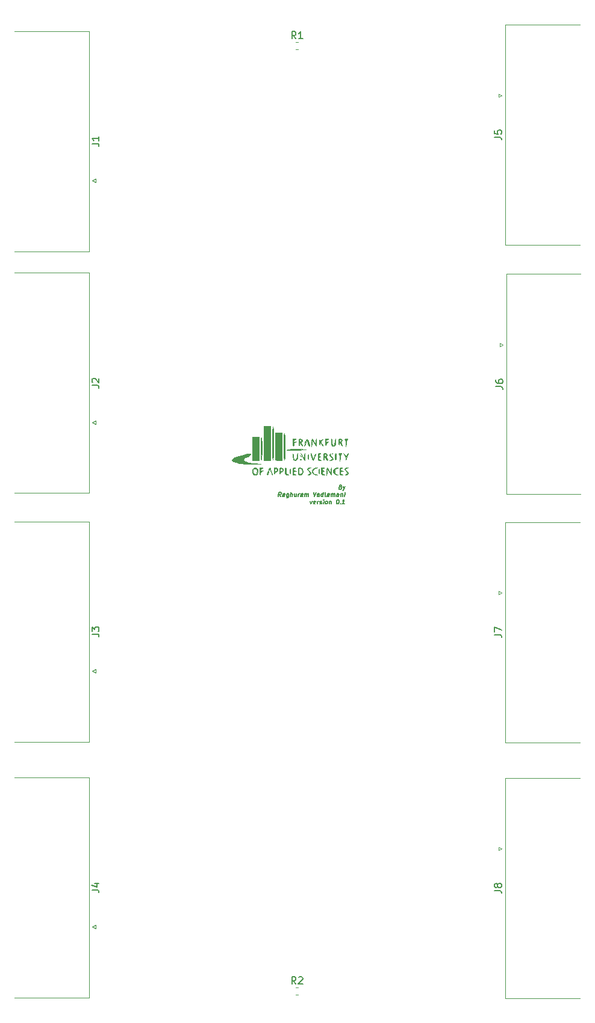
<source format=gbr>
%TF.GenerationSoftware,KiCad,Pcbnew,(5.1.6)-1*%
%TF.CreationDate,2021-06-01T12:00:34+02:00*%
%TF.ProjectId,CAN,43414e2e-6b69-4636-9164-5f7063625858,rev?*%
%TF.SameCoordinates,Original*%
%TF.FileFunction,Legend,Top*%
%TF.FilePolarity,Positive*%
%FSLAX46Y46*%
G04 Gerber Fmt 4.6, Leading zero omitted, Abs format (unit mm)*
G04 Created by KiCad (PCBNEW (5.1.6)-1) date 2021-06-01 12:00:34*
%MOMM*%
%LPD*%
G01*
G04 APERTURE LIST*
%ADD10C,0.150000*%
%ADD11C,0.010000*%
%ADD12C,0.120000*%
G04 APERTURE END LIST*
D10*
X129124196Y-93067142D02*
X129206339Y-93095714D01*
X129231339Y-93124285D01*
X129252767Y-93181428D01*
X129242053Y-93267142D01*
X129206339Y-93324285D01*
X129174196Y-93352857D01*
X129113482Y-93381428D01*
X128884910Y-93381428D01*
X128959910Y-92781428D01*
X129159910Y-92781428D01*
X129213482Y-92810000D01*
X129238482Y-92838571D01*
X129259910Y-92895714D01*
X129252767Y-92952857D01*
X129217053Y-93010000D01*
X129184910Y-93038571D01*
X129124196Y-93067142D01*
X128924196Y-93067142D01*
X129477767Y-92981428D02*
X129570625Y-93381428D01*
X129763482Y-92981428D02*
X129570625Y-93381428D01*
X129495625Y-93524285D01*
X129463482Y-93552857D01*
X129402767Y-93581428D01*
X120713482Y-94431428D02*
X120549196Y-94145714D01*
X120370625Y-94431428D02*
X120445625Y-93831428D01*
X120674196Y-93831428D01*
X120727767Y-93860000D01*
X120752767Y-93888571D01*
X120774196Y-93945714D01*
X120763482Y-94031428D01*
X120727767Y-94088571D01*
X120695625Y-94117142D01*
X120634910Y-94145714D01*
X120406339Y-94145714D01*
X121227767Y-94431428D02*
X121267053Y-94117142D01*
X121245625Y-94060000D01*
X121192053Y-94031428D01*
X121077767Y-94031428D01*
X121017053Y-94060000D01*
X121231339Y-94402857D02*
X121170625Y-94431428D01*
X121027767Y-94431428D01*
X120974196Y-94402857D01*
X120952767Y-94345714D01*
X120959910Y-94288571D01*
X120995625Y-94231428D01*
X121056339Y-94202857D01*
X121199196Y-94202857D01*
X121259910Y-94174285D01*
X121820625Y-94031428D02*
X121759910Y-94517142D01*
X121724196Y-94574285D01*
X121692053Y-94602857D01*
X121631339Y-94631428D01*
X121545625Y-94631428D01*
X121492053Y-94602857D01*
X121774196Y-94402857D02*
X121713482Y-94431428D01*
X121599196Y-94431428D01*
X121545625Y-94402857D01*
X121520625Y-94374285D01*
X121499196Y-94317142D01*
X121520625Y-94145714D01*
X121556339Y-94088571D01*
X121588482Y-94060000D01*
X121649196Y-94031428D01*
X121763482Y-94031428D01*
X121817053Y-94060000D01*
X122056339Y-94431428D02*
X122131339Y-93831428D01*
X122313482Y-94431428D02*
X122352767Y-94117142D01*
X122331339Y-94060000D01*
X122277767Y-94031428D01*
X122192053Y-94031428D01*
X122131339Y-94060000D01*
X122099196Y-94088571D01*
X122906339Y-94031428D02*
X122856339Y-94431428D01*
X122649196Y-94031428D02*
X122609910Y-94345714D01*
X122631339Y-94402857D01*
X122684910Y-94431428D01*
X122770625Y-94431428D01*
X122831339Y-94402857D01*
X122863482Y-94374285D01*
X123142053Y-94431428D02*
X123192053Y-94031428D01*
X123177767Y-94145714D02*
X123213482Y-94088571D01*
X123245625Y-94060000D01*
X123306339Y-94031428D01*
X123363482Y-94031428D01*
X123770625Y-94431428D02*
X123809910Y-94117142D01*
X123788482Y-94060000D01*
X123734910Y-94031428D01*
X123620625Y-94031428D01*
X123559910Y-94060000D01*
X123774196Y-94402857D02*
X123713482Y-94431428D01*
X123570625Y-94431428D01*
X123517053Y-94402857D01*
X123495625Y-94345714D01*
X123502767Y-94288571D01*
X123538482Y-94231428D01*
X123599196Y-94202857D01*
X123742053Y-94202857D01*
X123802767Y-94174285D01*
X124056339Y-94431428D02*
X124106339Y-94031428D01*
X124099196Y-94088571D02*
X124131339Y-94060000D01*
X124192053Y-94031428D01*
X124277767Y-94031428D01*
X124331339Y-94060000D01*
X124352767Y-94117142D01*
X124313482Y-94431428D01*
X124352767Y-94117142D02*
X124388482Y-94060000D01*
X124449196Y-94031428D01*
X124534910Y-94031428D01*
X124588482Y-94060000D01*
X124609910Y-94117142D01*
X124570625Y-94431428D01*
X125302767Y-93831428D02*
X125427767Y-94431428D01*
X125702767Y-93831428D01*
X126084910Y-94431428D02*
X126124196Y-94117142D01*
X126102767Y-94060000D01*
X126049196Y-94031428D01*
X125934910Y-94031428D01*
X125874196Y-94060000D01*
X126088482Y-94402857D02*
X126027767Y-94431428D01*
X125884910Y-94431428D01*
X125831339Y-94402857D01*
X125809910Y-94345714D01*
X125817053Y-94288571D01*
X125852767Y-94231428D01*
X125913482Y-94202857D01*
X126056339Y-94202857D01*
X126117053Y-94174285D01*
X126627767Y-94431428D02*
X126702767Y-93831428D01*
X126631339Y-94402857D02*
X126570625Y-94431428D01*
X126456339Y-94431428D01*
X126402767Y-94402857D01*
X126377767Y-94374285D01*
X126356339Y-94317142D01*
X126377767Y-94145714D01*
X126413482Y-94088571D01*
X126445625Y-94060000D01*
X126506339Y-94031428D01*
X126620625Y-94031428D01*
X126674196Y-94060000D01*
X126999196Y-94431428D02*
X126945625Y-94402857D01*
X126924196Y-94345714D01*
X126988482Y-93831428D01*
X127484910Y-94431428D02*
X127524196Y-94117142D01*
X127502767Y-94060000D01*
X127449196Y-94031428D01*
X127334910Y-94031428D01*
X127274196Y-94060000D01*
X127488482Y-94402857D02*
X127427767Y-94431428D01*
X127284910Y-94431428D01*
X127231339Y-94402857D01*
X127209910Y-94345714D01*
X127217053Y-94288571D01*
X127252767Y-94231428D01*
X127313482Y-94202857D01*
X127456339Y-94202857D01*
X127517053Y-94174285D01*
X127770625Y-94431428D02*
X127820625Y-94031428D01*
X127813482Y-94088571D02*
X127845625Y-94060000D01*
X127906339Y-94031428D01*
X127992053Y-94031428D01*
X128045625Y-94060000D01*
X128067053Y-94117142D01*
X128027767Y-94431428D01*
X128067053Y-94117142D02*
X128102767Y-94060000D01*
X128163482Y-94031428D01*
X128249196Y-94031428D01*
X128302767Y-94060000D01*
X128324196Y-94117142D01*
X128284910Y-94431428D01*
X128827767Y-94431428D02*
X128867053Y-94117142D01*
X128845625Y-94060000D01*
X128792053Y-94031428D01*
X128677767Y-94031428D01*
X128617053Y-94060000D01*
X128831339Y-94402857D02*
X128770625Y-94431428D01*
X128627767Y-94431428D01*
X128574196Y-94402857D01*
X128552767Y-94345714D01*
X128559910Y-94288571D01*
X128595625Y-94231428D01*
X128656339Y-94202857D01*
X128799196Y-94202857D01*
X128859910Y-94174285D01*
X129163482Y-94031428D02*
X129113482Y-94431428D01*
X129156339Y-94088571D02*
X129188482Y-94060000D01*
X129249196Y-94031428D01*
X129334910Y-94031428D01*
X129388482Y-94060000D01*
X129409910Y-94117142D01*
X129370625Y-94431428D01*
X129656339Y-94431428D02*
X129706339Y-94031428D01*
X129731339Y-93831428D02*
X129699196Y-93860000D01*
X129724196Y-93888571D01*
X129756339Y-93860000D01*
X129731339Y-93831428D01*
X129724196Y-93888571D01*
X124849196Y-95081428D02*
X124942053Y-95481428D01*
X125134910Y-95081428D01*
X125545625Y-95452857D02*
X125484910Y-95481428D01*
X125370625Y-95481428D01*
X125317053Y-95452857D01*
X125295625Y-95395714D01*
X125324196Y-95167142D01*
X125359910Y-95110000D01*
X125420625Y-95081428D01*
X125534910Y-95081428D01*
X125588482Y-95110000D01*
X125609910Y-95167142D01*
X125602767Y-95224285D01*
X125309910Y-95281428D01*
X125827767Y-95481428D02*
X125877767Y-95081428D01*
X125863482Y-95195714D02*
X125899196Y-95138571D01*
X125931339Y-95110000D01*
X125992053Y-95081428D01*
X126049196Y-95081428D01*
X126174196Y-95452857D02*
X126227767Y-95481428D01*
X126342053Y-95481428D01*
X126402767Y-95452857D01*
X126438482Y-95395714D01*
X126442053Y-95367142D01*
X126420625Y-95310000D01*
X126367053Y-95281428D01*
X126281339Y-95281428D01*
X126227767Y-95252857D01*
X126206339Y-95195714D01*
X126209910Y-95167142D01*
X126245625Y-95110000D01*
X126306339Y-95081428D01*
X126392053Y-95081428D01*
X126445625Y-95110000D01*
X126684910Y-95481428D02*
X126734910Y-95081428D01*
X126759910Y-94881428D02*
X126727767Y-94910000D01*
X126752767Y-94938571D01*
X126784910Y-94910000D01*
X126759910Y-94881428D01*
X126752767Y-94938571D01*
X127056339Y-95481428D02*
X127002767Y-95452857D01*
X126977767Y-95424285D01*
X126956339Y-95367142D01*
X126977767Y-95195714D01*
X127013482Y-95138571D01*
X127045625Y-95110000D01*
X127106339Y-95081428D01*
X127192053Y-95081428D01*
X127245625Y-95110000D01*
X127270625Y-95138571D01*
X127292053Y-95195714D01*
X127270625Y-95367142D01*
X127234910Y-95424285D01*
X127202767Y-95452857D01*
X127142053Y-95481428D01*
X127056339Y-95481428D01*
X127563482Y-95081428D02*
X127513482Y-95481428D01*
X127556339Y-95138571D02*
X127588482Y-95110000D01*
X127649196Y-95081428D01*
X127734910Y-95081428D01*
X127788482Y-95110000D01*
X127809910Y-95167142D01*
X127770625Y-95481428D01*
X128702767Y-94881428D02*
X128759910Y-94881428D01*
X128813482Y-94910000D01*
X128838482Y-94938571D01*
X128859910Y-94995714D01*
X128874196Y-95110000D01*
X128856339Y-95252857D01*
X128813482Y-95367142D01*
X128777767Y-95424285D01*
X128745625Y-95452857D01*
X128684910Y-95481428D01*
X128627767Y-95481428D01*
X128574196Y-95452857D01*
X128549196Y-95424285D01*
X128527767Y-95367142D01*
X128513482Y-95252857D01*
X128531339Y-95110000D01*
X128574196Y-94995714D01*
X128609910Y-94938571D01*
X128642053Y-94910000D01*
X128702767Y-94881428D01*
X129092053Y-95424285D02*
X129117053Y-95452857D01*
X129084910Y-95481428D01*
X129059910Y-95452857D01*
X129092053Y-95424285D01*
X129084910Y-95481428D01*
X129684910Y-95481428D02*
X129342053Y-95481428D01*
X129513482Y-95481428D02*
X129588482Y-94881428D01*
X129520625Y-94967142D01*
X129456339Y-95024285D01*
X129395625Y-95052857D01*
D11*
%TO.C,G\u002A\u002A\u002A*%
G36*
X130042658Y-86339382D02*
G01*
X130089046Y-86358905D01*
X130062230Y-86369581D01*
X129971678Y-86438683D01*
X129916803Y-86609968D01*
X129887739Y-86888926D01*
X129857352Y-87370334D01*
X129841343Y-86889708D01*
X129820002Y-86599804D01*
X129772418Y-86440342D01*
X129686482Y-86373025D01*
X129677167Y-86370363D01*
X129656767Y-86347019D01*
X129777928Y-86333231D01*
X129867667Y-86331643D01*
X130042658Y-86339382D01*
G37*
X130042658Y-86339382D02*
X130089046Y-86358905D01*
X130062230Y-86369581D01*
X129971678Y-86438683D01*
X129916803Y-86609968D01*
X129887739Y-86888926D01*
X129857352Y-87370334D01*
X129841343Y-86889708D01*
X129820002Y-86599804D01*
X129772418Y-86440342D01*
X129686482Y-86373025D01*
X129677167Y-86370363D01*
X129656767Y-86347019D01*
X129777928Y-86333231D01*
X129867667Y-86331643D01*
X130042658Y-86339382D01*
G36*
X129220579Y-86369497D02*
G01*
X129299499Y-86510886D01*
X129235423Y-86689517D01*
X129229691Y-86696586D01*
X129166155Y-86836099D01*
X129212263Y-87020094D01*
X129223389Y-87045115D01*
X129285112Y-87214143D01*
X129289566Y-87299323D01*
X129238550Y-87254710D01*
X129159172Y-87100468D01*
X129149125Y-87076715D01*
X129040692Y-86874244D01*
X128954053Y-86839241D01*
X128891485Y-86971557D01*
X128870581Y-87095167D01*
X128851915Y-87162069D01*
X128835054Y-87077774D01*
X128823403Y-86860413D01*
X128822883Y-86841167D01*
X128819389Y-86566000D01*
X128894000Y-86566000D01*
X128936852Y-86704961D01*
X129042167Y-86719215D01*
X129168126Y-86635730D01*
X129190334Y-86566000D01*
X129119949Y-86446452D01*
X129042167Y-86412785D01*
X128922155Y-86442237D01*
X128894000Y-86566000D01*
X128819389Y-86566000D01*
X128819219Y-86552614D01*
X128836870Y-86394264D01*
X128890635Y-86327114D01*
X128995311Y-86312160D01*
X129023657Y-86312000D01*
X129220579Y-86369497D01*
G37*
X129220579Y-86369497D02*
X129299499Y-86510886D01*
X129235423Y-86689517D01*
X129229691Y-86696586D01*
X129166155Y-86836099D01*
X129212263Y-87020094D01*
X129223389Y-87045115D01*
X129285112Y-87214143D01*
X129289566Y-87299323D01*
X129238550Y-87254710D01*
X129159172Y-87100468D01*
X129149125Y-87076715D01*
X129040692Y-86874244D01*
X128954053Y-86839241D01*
X128891485Y-86971557D01*
X128870581Y-87095167D01*
X128851915Y-87162069D01*
X128835054Y-87077774D01*
X128823403Y-86860413D01*
X128822883Y-86841167D01*
X128819389Y-86566000D01*
X128894000Y-86566000D01*
X128936852Y-86704961D01*
X129042167Y-86719215D01*
X129168126Y-86635730D01*
X129190334Y-86566000D01*
X129119949Y-86446452D01*
X129042167Y-86412785D01*
X128922155Y-86442237D01*
X128894000Y-86566000D01*
X128819389Y-86566000D01*
X128819219Y-86552614D01*
X128836870Y-86394264D01*
X128890635Y-86327114D01*
X128995311Y-86312160D01*
X129023657Y-86312000D01*
X129220579Y-86369497D01*
G36*
X128353459Y-86777667D02*
G01*
X128343370Y-87059890D01*
X128314235Y-87214834D01*
X128246938Y-87284553D01*
X128122363Y-87311101D01*
X128110352Y-87312504D01*
X127918344Y-87296274D01*
X127840187Y-87227837D01*
X127805500Y-87055901D01*
X127783027Y-86821196D01*
X127774683Y-86580889D01*
X127782387Y-86392145D01*
X127808057Y-86312131D01*
X127809465Y-86312000D01*
X127847217Y-86388394D01*
X127880177Y-86584613D01*
X127894742Y-86756500D01*
X127919103Y-87019565D01*
X127964681Y-87153565D01*
X128049119Y-87198732D01*
X128089667Y-87201000D01*
X128191475Y-87174903D01*
X128254540Y-87070803D01*
X128297271Y-86849986D01*
X128311126Y-86735334D01*
X128363251Y-86269667D01*
X128353459Y-86777667D01*
G37*
X128353459Y-86777667D02*
X128343370Y-87059890D01*
X128314235Y-87214834D01*
X128246938Y-87284553D01*
X128122363Y-87311101D01*
X128110352Y-87312504D01*
X127918344Y-87296274D01*
X127840187Y-87227837D01*
X127805500Y-87055901D01*
X127783027Y-86821196D01*
X127774683Y-86580889D01*
X127782387Y-86392145D01*
X127808057Y-86312131D01*
X127809465Y-86312000D01*
X127847217Y-86388394D01*
X127880177Y-86584613D01*
X127894742Y-86756500D01*
X127919103Y-87019565D01*
X127964681Y-87153565D01*
X128049119Y-87198732D01*
X128089667Y-87201000D01*
X128191475Y-87174903D01*
X128254540Y-87070803D01*
X128297271Y-86849986D01*
X128311126Y-86735334D01*
X128363251Y-86269667D01*
X128353459Y-86777667D01*
G36*
X127221834Y-86324686D02*
G01*
X127394915Y-86335086D01*
X127406241Y-86348290D01*
X127264167Y-86372643D01*
X127090277Y-86448435D01*
X127021662Y-86571484D01*
X127064580Y-86687295D01*
X127221834Y-86741284D01*
X127352933Y-86750927D01*
X127321370Y-86781532D01*
X127243000Y-86813199D01*
X127102765Y-86938942D01*
X127020184Y-87124748D01*
X126990083Y-87209071D01*
X126969672Y-87134608D01*
X126957878Y-86896562D01*
X126956684Y-86841167D01*
X126946667Y-86312000D01*
X127221834Y-86324686D01*
G37*
X127221834Y-86324686D02*
X127394915Y-86335086D01*
X127406241Y-86348290D01*
X127264167Y-86372643D01*
X127090277Y-86448435D01*
X127021662Y-86571484D01*
X127064580Y-86687295D01*
X127221834Y-86741284D01*
X127352933Y-86750927D01*
X127321370Y-86781532D01*
X127243000Y-86813199D01*
X127102765Y-86938942D01*
X127020184Y-87124748D01*
X126990083Y-87209071D01*
X126969672Y-87134608D01*
X126957878Y-86896562D01*
X126956684Y-86841167D01*
X126946667Y-86312000D01*
X127221834Y-86324686D01*
G36*
X126567423Y-86362910D02*
G01*
X126501561Y-86445667D01*
X126382174Y-86629085D01*
X126374120Y-86802414D01*
X126480024Y-87023509D01*
X126531391Y-87103263D01*
X126630671Y-87255303D01*
X126642127Y-87286729D01*
X126557259Y-87194449D01*
X126453594Y-87074978D01*
X126198407Y-86779622D01*
X126162753Y-87074978D01*
X126145222Y-87148714D01*
X126131884Y-87070519D01*
X126125308Y-86857789D01*
X126125080Y-86820000D01*
X126129011Y-86575015D01*
X126141254Y-86446747D01*
X126159238Y-86460491D01*
X126160829Y-86468382D01*
X126198597Y-86667097D01*
X126423860Y-86468382D01*
X126553428Y-86358633D01*
X126567423Y-86362910D01*
G37*
X126567423Y-86362910D02*
X126501561Y-86445667D01*
X126382174Y-86629085D01*
X126374120Y-86802414D01*
X126480024Y-87023509D01*
X126531391Y-87103263D01*
X126630671Y-87255303D01*
X126642127Y-87286729D01*
X126557259Y-87194449D01*
X126453594Y-87074978D01*
X126198407Y-86779622D01*
X126162753Y-87074978D01*
X126145222Y-87148714D01*
X126131884Y-87070519D01*
X126125308Y-86857789D01*
X126125080Y-86820000D01*
X126129011Y-86575015D01*
X126141254Y-86446747D01*
X126159238Y-86460491D01*
X126160829Y-86468382D01*
X126198597Y-86667097D01*
X126423860Y-86468382D01*
X126553428Y-86358633D01*
X126567423Y-86362910D01*
G36*
X125663365Y-86798834D02*
G01*
X125664300Y-87072941D01*
X125653572Y-87264172D01*
X125635760Y-87328000D01*
X125577899Y-87259395D01*
X125469405Y-87081383D01*
X125360989Y-86883500D01*
X125127125Y-86439000D01*
X125077030Y-86904667D01*
X125026934Y-87370334D01*
X125013134Y-86841167D01*
X125018223Y-86549049D01*
X125047647Y-86362085D01*
X125085101Y-86312000D01*
X125167611Y-86381950D01*
X125285118Y-86560956D01*
X125360267Y-86704247D01*
X125549667Y-87096493D01*
X125599865Y-86683080D01*
X125650064Y-86269667D01*
X125663365Y-86798834D01*
G37*
X125663365Y-86798834D02*
X125664300Y-87072941D01*
X125653572Y-87264172D01*
X125635760Y-87328000D01*
X125577899Y-87259395D01*
X125469405Y-87081383D01*
X125360989Y-86883500D01*
X125127125Y-86439000D01*
X125077030Y-86904667D01*
X125026934Y-87370334D01*
X125013134Y-86841167D01*
X125018223Y-86549049D01*
X125047647Y-86362085D01*
X125085101Y-86312000D01*
X125167611Y-86381950D01*
X125285118Y-86560956D01*
X125360267Y-86704247D01*
X125549667Y-87096493D01*
X125599865Y-86683080D01*
X125650064Y-86269667D01*
X125663365Y-86798834D01*
G36*
X124397356Y-86360510D02*
G01*
X124454418Y-86469629D01*
X124540214Y-86678890D01*
X124632202Y-86927054D01*
X124707835Y-87152883D01*
X124744571Y-87295136D01*
X124745334Y-87305746D01*
X124691251Y-87303352D01*
X124671080Y-87292103D01*
X124608200Y-87188927D01*
X124532831Y-86979102D01*
X124497367Y-86851219D01*
X124414524Y-86610911D01*
X124332972Y-86538299D01*
X124258373Y-86633651D01*
X124206342Y-86837467D01*
X124139105Y-87070579D01*
X124068934Y-87218467D01*
X124008136Y-87298313D01*
X124002817Y-87240752D01*
X124026072Y-87121022D01*
X124105408Y-86830178D01*
X124203237Y-86579660D01*
X124301154Y-86407171D01*
X124380752Y-86350412D01*
X124397356Y-86360510D01*
G37*
X124397356Y-86360510D02*
X124454418Y-86469629D01*
X124540214Y-86678890D01*
X124632202Y-86927054D01*
X124707835Y-87152883D01*
X124744571Y-87295136D01*
X124745334Y-87305746D01*
X124691251Y-87303352D01*
X124671080Y-87292103D01*
X124608200Y-87188927D01*
X124532831Y-86979102D01*
X124497367Y-86851219D01*
X124414524Y-86610911D01*
X124332972Y-86538299D01*
X124258373Y-86633651D01*
X124206342Y-86837467D01*
X124139105Y-87070579D01*
X124068934Y-87218467D01*
X124008136Y-87298313D01*
X124002817Y-87240752D01*
X124026072Y-87121022D01*
X124105408Y-86830178D01*
X124203237Y-86579660D01*
X124301154Y-86407171D01*
X124380752Y-86350412D01*
X124397356Y-86360510D01*
G36*
X123611733Y-86372749D02*
G01*
X123692128Y-86517237D01*
X123639107Y-86688824D01*
X123611447Y-86720172D01*
X123534009Y-86829966D01*
X123562165Y-86951763D01*
X123619805Y-87046449D01*
X123700489Y-87206483D01*
X123704712Y-87296177D01*
X123639515Y-87261253D01*
X123536348Y-87115467D01*
X123505593Y-87060702D01*
X123354033Y-86777667D01*
X123298829Y-87074000D01*
X123268991Y-87205103D01*
X123249940Y-87199710D01*
X123238216Y-87045686D01*
X123232479Y-86841167D01*
X123230616Y-86566000D01*
X123306000Y-86566000D01*
X123361952Y-86703343D01*
X123479670Y-86727603D01*
X123583945Y-86625254D01*
X123587441Y-86616611D01*
X123588027Y-86462163D01*
X123448281Y-86397662D01*
X123418889Y-86396667D01*
X123327314Y-86467276D01*
X123306000Y-86566000D01*
X123230616Y-86566000D01*
X123230523Y-86552384D01*
X123249495Y-86393883D01*
X123303476Y-86326754D01*
X123406544Y-86312083D01*
X123423942Y-86312000D01*
X123611733Y-86372749D01*
G37*
X123611733Y-86372749D02*
X123692128Y-86517237D01*
X123639107Y-86688824D01*
X123611447Y-86720172D01*
X123534009Y-86829966D01*
X123562165Y-86951763D01*
X123619805Y-87046449D01*
X123700489Y-87206483D01*
X123704712Y-87296177D01*
X123639515Y-87261253D01*
X123536348Y-87115467D01*
X123505593Y-87060702D01*
X123354033Y-86777667D01*
X123298829Y-87074000D01*
X123268991Y-87205103D01*
X123249940Y-87199710D01*
X123238216Y-87045686D01*
X123232479Y-86841167D01*
X123230616Y-86566000D01*
X123306000Y-86566000D01*
X123361952Y-86703343D01*
X123479670Y-86727603D01*
X123583945Y-86625254D01*
X123587441Y-86616611D01*
X123588027Y-86462163D01*
X123448281Y-86397662D01*
X123418889Y-86396667D01*
X123327314Y-86467276D01*
X123306000Y-86566000D01*
X123230616Y-86566000D01*
X123230523Y-86552384D01*
X123249495Y-86393883D01*
X123303476Y-86326754D01*
X123406544Y-86312083D01*
X123423942Y-86312000D01*
X123611733Y-86372749D01*
G36*
X122649834Y-86322017D02*
G01*
X122821841Y-86331983D01*
X122835369Y-86350551D01*
X122713334Y-86385517D01*
X122549916Y-86474625D01*
X122488760Y-86599094D01*
X122538046Y-86705206D01*
X122659241Y-86740700D01*
X122840334Y-86746067D01*
X122656410Y-86820206D01*
X122518575Y-86932637D01*
X122515620Y-87059284D01*
X122511365Y-87219242D01*
X122466709Y-87281108D01*
X122410425Y-87246165D01*
X122380481Y-87051853D01*
X122374667Y-86824997D01*
X122374667Y-86312000D01*
X122649834Y-86322017D01*
G37*
X122649834Y-86322017D02*
X122821841Y-86331983D01*
X122835369Y-86350551D01*
X122713334Y-86385517D01*
X122549916Y-86474625D01*
X122488760Y-86599094D01*
X122538046Y-86705206D01*
X122659241Y-86740700D01*
X122840334Y-86746067D01*
X122656410Y-86820206D01*
X122518575Y-86932637D01*
X122515620Y-87059284D01*
X122511365Y-87219242D01*
X122466709Y-87281108D01*
X122410425Y-87246165D01*
X122380481Y-87051853D01*
X122374667Y-86824997D01*
X122374667Y-86312000D01*
X122649834Y-86322017D01*
G36*
X123306000Y-87767362D02*
G01*
X124195000Y-87793667D01*
X122861339Y-87878334D01*
X122408300Y-87903664D01*
X122021252Y-87918762D01*
X121728636Y-87923045D01*
X121558897Y-87915932D01*
X121527839Y-87905592D01*
X121607892Y-87855109D01*
X121828934Y-87813332D01*
X122162748Y-87782455D01*
X122581115Y-87764672D01*
X123055818Y-87762176D01*
X123306000Y-87767362D01*
G37*
X123306000Y-87767362D02*
X124195000Y-87793667D01*
X122861339Y-87878334D01*
X122408300Y-87903664D01*
X122021252Y-87918762D01*
X121728636Y-87923045D01*
X121558897Y-87915932D01*
X121527839Y-87905592D01*
X121607892Y-87855109D01*
X121828934Y-87813332D01*
X122162748Y-87782455D01*
X122581115Y-87764672D01*
X123055818Y-87762176D01*
X123306000Y-87767362D01*
G36*
X127962667Y-88386334D02*
G01*
X127920334Y-88428667D01*
X127878000Y-88386334D01*
X127920334Y-88344000D01*
X127962667Y-88386334D01*
G37*
X127962667Y-88386334D02*
X127920334Y-88428667D01*
X127878000Y-88386334D01*
X127920334Y-88344000D01*
X127962667Y-88386334D01*
G36*
X123474689Y-88649150D02*
G01*
X123485840Y-88660089D01*
X123552716Y-88771097D01*
X123543649Y-88811907D01*
X123480667Y-88786499D01*
X123438444Y-88707485D01*
X123412666Y-88608570D01*
X123474689Y-88649150D01*
G37*
X123474689Y-88649150D02*
X123485840Y-88660089D01*
X123552716Y-88771097D01*
X123543649Y-88811907D01*
X123480667Y-88786499D01*
X123438444Y-88707485D01*
X123412666Y-88608570D01*
X123474689Y-88649150D01*
G36*
X128432367Y-88420552D02*
G01*
X128463120Y-88618025D01*
X128470667Y-88809667D01*
X128456748Y-89064682D01*
X128420844Y-89233823D01*
X128386000Y-89275334D01*
X128339634Y-89198782D01*
X128308881Y-89001309D01*
X128301334Y-88809667D01*
X128315252Y-88554652D01*
X128351156Y-88385510D01*
X128386000Y-88344000D01*
X128432367Y-88420552D01*
G37*
X128432367Y-88420552D02*
X128463120Y-88618025D01*
X128470667Y-88809667D01*
X128456748Y-89064682D01*
X128420844Y-89233823D01*
X128386000Y-89275334D01*
X128339634Y-89198782D01*
X128308881Y-89001309D01*
X128301334Y-88809667D01*
X128315252Y-88554652D01*
X128351156Y-88385510D01*
X128386000Y-88344000D01*
X128432367Y-88420552D01*
G36*
X123531778Y-89218889D02*
G01*
X123520156Y-89269223D01*
X123475334Y-89275334D01*
X123405643Y-89244355D01*
X123418889Y-89218889D01*
X123519369Y-89208756D01*
X123531778Y-89218889D01*
G37*
X123531778Y-89218889D02*
X123520156Y-89269223D01*
X123475334Y-89275334D01*
X123405643Y-89244355D01*
X123418889Y-89218889D01*
X123519369Y-89208756D01*
X123531778Y-89218889D01*
G36*
X121219368Y-85633179D02*
G01*
X121243240Y-85876959D01*
X121260558Y-86272706D01*
X121270930Y-86811787D01*
X121274000Y-87412667D01*
X121270219Y-88073419D01*
X121259138Y-88598612D01*
X121241150Y-88979611D01*
X121216646Y-89207782D01*
X121189334Y-89275334D01*
X121159299Y-89192155D01*
X121135427Y-88948375D01*
X121118109Y-88552628D01*
X121107737Y-88013546D01*
X121104667Y-87412667D01*
X121108448Y-86751914D01*
X121119529Y-86226722D01*
X121137517Y-85845723D01*
X121162021Y-85617551D01*
X121189334Y-85550000D01*
X121219368Y-85633179D01*
G37*
X121219368Y-85633179D02*
X121243240Y-85876959D01*
X121260558Y-86272706D01*
X121270930Y-86811787D01*
X121274000Y-87412667D01*
X121270219Y-88073419D01*
X121259138Y-88598612D01*
X121241150Y-88979611D01*
X121216646Y-89207782D01*
X121189334Y-89275334D01*
X121159299Y-89192155D01*
X121135427Y-88948375D01*
X121118109Y-88552628D01*
X121107737Y-88013546D01*
X121104667Y-87412667D01*
X121108448Y-86751914D01*
X121119529Y-86226722D01*
X121137517Y-85845723D01*
X121162021Y-85617551D01*
X121189334Y-85550000D01*
X121219368Y-85633179D01*
G36*
X119608214Y-84702242D02*
G01*
X119630627Y-84948742D01*
X119647676Y-85351831D01*
X119659131Y-85905170D01*
X119664761Y-86602424D01*
X119665334Y-86947000D01*
X119662294Y-87704538D01*
X119653331Y-88320902D01*
X119638673Y-88789756D01*
X119618552Y-89104763D01*
X119593197Y-89259586D01*
X119580667Y-89275334D01*
X119553120Y-89191759D01*
X119530707Y-88945258D01*
X119513658Y-88542170D01*
X119502203Y-87988830D01*
X119496573Y-87291576D01*
X119496000Y-86947000D01*
X119499039Y-86189463D01*
X119508003Y-85573098D01*
X119522661Y-85104244D01*
X119542782Y-84789237D01*
X119568137Y-84634414D01*
X119580667Y-84618667D01*
X119608214Y-84702242D01*
G37*
X119608214Y-84702242D02*
X119630627Y-84948742D01*
X119647676Y-85351831D01*
X119659131Y-85905170D01*
X119664761Y-86602424D01*
X119665334Y-86947000D01*
X119662294Y-87704538D01*
X119653331Y-88320902D01*
X119638673Y-88789756D01*
X119618552Y-89104763D01*
X119593197Y-89259586D01*
X119580667Y-89275334D01*
X119553120Y-89191759D01*
X119530707Y-88945258D01*
X119513658Y-88542170D01*
X119502203Y-87988830D01*
X119496573Y-87291576D01*
X119496000Y-86947000D01*
X119499039Y-86189463D01*
X119508003Y-85573098D01*
X119522661Y-85104244D01*
X119542782Y-84789237D01*
X119568137Y-84634414D01*
X119580667Y-84618667D01*
X119608214Y-84702242D01*
G36*
X117987433Y-86221850D02*
G01*
X118013614Y-86437917D01*
X118031526Y-86758646D01*
X118041408Y-87151813D01*
X118043500Y-87585196D01*
X118038041Y-88026571D01*
X118025272Y-88443715D01*
X118005431Y-88804407D01*
X117978757Y-89076422D01*
X117945492Y-89227538D01*
X117929667Y-89247185D01*
X117896959Y-89175916D01*
X117871852Y-88942836D01*
X117854752Y-88555317D01*
X117846064Y-88020727D01*
X117845000Y-87709000D01*
X117847619Y-87131071D01*
X117856299Y-86704416D01*
X117872279Y-86411044D01*
X117896795Y-86232966D01*
X117931086Y-86152191D01*
X117952743Y-86142667D01*
X117987433Y-86221850D01*
G37*
X117987433Y-86221850D02*
X118013614Y-86437917D01*
X118031526Y-86758646D01*
X118041408Y-87151813D01*
X118043500Y-87585196D01*
X118038041Y-88026571D01*
X118025272Y-88443715D01*
X118005431Y-88804407D01*
X117978757Y-89076422D01*
X117945492Y-89227538D01*
X117929667Y-89247185D01*
X117896959Y-89175916D01*
X117871852Y-88942836D01*
X117854752Y-88555317D01*
X117846064Y-88020727D01*
X117845000Y-87709000D01*
X117847619Y-87131071D01*
X117856299Y-86704416D01*
X117872279Y-86411044D01*
X117896795Y-86232966D01*
X117931086Y-86152191D01*
X117952743Y-86142667D01*
X117987433Y-86221850D01*
G36*
X129886986Y-88800935D02*
G01*
X130022103Y-88551301D01*
X130112242Y-88403676D01*
X130158989Y-88363810D01*
X130160610Y-88370733D01*
X130126484Y-88491770D01*
X130063657Y-88624733D01*
X129976578Y-88838801D01*
X129905425Y-89099256D01*
X129904061Y-89106000D01*
X129865093Y-89281614D01*
X129845075Y-89299351D01*
X129835070Y-89174340D01*
X129787233Y-88954578D01*
X129680406Y-88691239D01*
X129645070Y-88624006D01*
X129464806Y-88301667D01*
X129886986Y-88800935D01*
G37*
X129886986Y-88800935D02*
X130022103Y-88551301D01*
X130112242Y-88403676D01*
X130158989Y-88363810D01*
X130160610Y-88370733D01*
X130126484Y-88491770D01*
X130063657Y-88624733D01*
X129976578Y-88838801D01*
X129905425Y-89099256D01*
X129904061Y-89106000D01*
X129865093Y-89281614D01*
X129845075Y-89299351D01*
X129835070Y-89174340D01*
X129787233Y-88954578D01*
X129680406Y-88691239D01*
X129645070Y-88624006D01*
X129464806Y-88301667D01*
X129886986Y-88800935D01*
G36*
X129195991Y-88371382D02*
G01*
X129242379Y-88390905D01*
X129215563Y-88401581D01*
X129125011Y-88470683D01*
X129070136Y-88641968D01*
X129041073Y-88920926D01*
X129010685Y-89402334D01*
X128994676Y-88921708D01*
X128973336Y-88631804D01*
X128925751Y-88472342D01*
X128839815Y-88405025D01*
X128830500Y-88402363D01*
X128810100Y-88379019D01*
X128931261Y-88365231D01*
X129021000Y-88363643D01*
X129195991Y-88371382D01*
G37*
X129195991Y-88371382D02*
X129242379Y-88390905D01*
X129215563Y-88401581D01*
X129125011Y-88470683D01*
X129070136Y-88641968D01*
X129041073Y-88920926D01*
X129010685Y-89402334D01*
X128994676Y-88921708D01*
X128973336Y-88631804D01*
X128925751Y-88472342D01*
X128839815Y-88405025D01*
X128830500Y-88402363D01*
X128810100Y-88379019D01*
X128931261Y-88365231D01*
X129021000Y-88363643D01*
X129195991Y-88371382D01*
G36*
X127738808Y-88382060D02*
G01*
X127710784Y-88399739D01*
X127628193Y-88514578D01*
X127670760Y-88672769D01*
X127777349Y-88783699D01*
X127932216Y-88922484D01*
X127996305Y-89003876D01*
X128006058Y-89154003D01*
X127896657Y-89286774D01*
X127714908Y-89351201D01*
X127677133Y-89351561D01*
X127563035Y-89340668D01*
X127603216Y-89314799D01*
X127702390Y-89285725D01*
X127896065Y-89189606D01*
X127924318Y-89061529D01*
X127786025Y-88910520D01*
X127752009Y-88887209D01*
X127606453Y-88733539D01*
X127555173Y-88559485D01*
X127605054Y-88421223D01*
X127689617Y-88378149D01*
X127738808Y-88382060D01*
G37*
X127738808Y-88382060D02*
X127710784Y-88399739D01*
X127628193Y-88514578D01*
X127670760Y-88672769D01*
X127777349Y-88783699D01*
X127932216Y-88922484D01*
X127996305Y-89003876D01*
X128006058Y-89154003D01*
X127896657Y-89286774D01*
X127714908Y-89351201D01*
X127677133Y-89351561D01*
X127563035Y-89340668D01*
X127603216Y-89314799D01*
X127702390Y-89285725D01*
X127896065Y-89189606D01*
X127924318Y-89061529D01*
X127786025Y-88910520D01*
X127752009Y-88887209D01*
X127606453Y-88733539D01*
X127555173Y-88559485D01*
X127605054Y-88421223D01*
X127689617Y-88378149D01*
X127738808Y-88382060D01*
G36*
X127106637Y-88407223D02*
G01*
X127192288Y-88563677D01*
X127139752Y-88757675D01*
X127100926Y-88928831D01*
X127170786Y-89127167D01*
X127247330Y-89305101D01*
X127237644Y-89352360D01*
X127157659Y-89273314D01*
X127033730Y-89089587D01*
X126925844Y-88933782D01*
X126854369Y-88913815D01*
X126796440Y-89041238D01*
X126749779Y-89233000D01*
X126729600Y-89245909D01*
X126712629Y-89117298D01*
X126702522Y-88874980D01*
X126702488Y-88873167D01*
X126701002Y-88598000D01*
X126777334Y-88598000D01*
X126837202Y-88739504D01*
X126946667Y-88767334D01*
X127088171Y-88707465D01*
X127116000Y-88598000D01*
X127056132Y-88456496D01*
X126946667Y-88428667D01*
X126805163Y-88488535D01*
X126777334Y-88598000D01*
X126701002Y-88598000D01*
X126700929Y-88584568D01*
X126719915Y-88426205D01*
X126774522Y-88359069D01*
X126879825Y-88344151D01*
X126906991Y-88344000D01*
X127106637Y-88407223D01*
G37*
X127106637Y-88407223D02*
X127192288Y-88563677D01*
X127139752Y-88757675D01*
X127100926Y-88928831D01*
X127170786Y-89127167D01*
X127247330Y-89305101D01*
X127237644Y-89352360D01*
X127157659Y-89273314D01*
X127033730Y-89089587D01*
X126925844Y-88933782D01*
X126854369Y-88913815D01*
X126796440Y-89041238D01*
X126749779Y-89233000D01*
X126729600Y-89245909D01*
X126712629Y-89117298D01*
X126702522Y-88874980D01*
X126702488Y-88873167D01*
X126701002Y-88598000D01*
X126777334Y-88598000D01*
X126837202Y-88739504D01*
X126946667Y-88767334D01*
X127088171Y-88707465D01*
X127116000Y-88598000D01*
X127056132Y-88456496D01*
X126946667Y-88428667D01*
X126805163Y-88488535D01*
X126777334Y-88598000D01*
X126701002Y-88598000D01*
X126700929Y-88584568D01*
X126719915Y-88426205D01*
X126774522Y-88359069D01*
X126879825Y-88344151D01*
X126906991Y-88344000D01*
X127106637Y-88407223D01*
G36*
X126163500Y-88355530D02*
G01*
X126308842Y-88367073D01*
X126292960Y-88385197D01*
X126205834Y-88403752D01*
X126058746Y-88491319D01*
X126017116Y-88632426D01*
X126088365Y-88758708D01*
X126163500Y-88793637D01*
X126267847Y-88825815D01*
X126207723Y-88839081D01*
X126163500Y-88842179D01*
X126039455Y-88911810D01*
X126007219Y-89054420D01*
X126060764Y-89204780D01*
X126194061Y-89297659D01*
X126205834Y-89300248D01*
X126317499Y-89327067D01*
X126272949Y-89341598D01*
X126163500Y-89348470D01*
X126034619Y-89346924D01*
X125965044Y-89300002D01*
X125936498Y-89168730D01*
X125930704Y-88914139D01*
X125930667Y-88852000D01*
X125934300Y-88570985D01*
X125957386Y-88420328D01*
X126018200Y-88361057D01*
X126135019Y-88354201D01*
X126163500Y-88355530D01*
G37*
X126163500Y-88355530D02*
X126308842Y-88367073D01*
X126292960Y-88385197D01*
X126205834Y-88403752D01*
X126058746Y-88491319D01*
X126017116Y-88632426D01*
X126088365Y-88758708D01*
X126163500Y-88793637D01*
X126267847Y-88825815D01*
X126207723Y-88839081D01*
X126163500Y-88842179D01*
X126039455Y-88911810D01*
X126007219Y-89054420D01*
X126060764Y-89204780D01*
X126194061Y-89297659D01*
X126205834Y-89300248D01*
X126317499Y-89327067D01*
X126272949Y-89341598D01*
X126163500Y-89348470D01*
X126034619Y-89346924D01*
X125965044Y-89300002D01*
X125936498Y-89168730D01*
X125930704Y-88914139D01*
X125930667Y-88852000D01*
X125934300Y-88570985D01*
X125957386Y-88420328D01*
X126018200Y-88361057D01*
X126135019Y-88354201D01*
X126163500Y-88355530D01*
G36*
X124958942Y-88418489D02*
G01*
X125030747Y-88609375D01*
X125075854Y-88767473D01*
X125147884Y-88997646D01*
X125216167Y-89133463D01*
X125249579Y-89150654D01*
X125309278Y-89051439D01*
X125386141Y-88845980D01*
X125422736Y-88724753D01*
X125492757Y-88508242D01*
X125550414Y-88387825D01*
X125569976Y-88378421D01*
X125568865Y-88475758D01*
X125520394Y-88672020D01*
X125443655Y-88910382D01*
X125357741Y-89134019D01*
X125281742Y-89286108D01*
X125254687Y-89316831D01*
X125194074Y-89266620D01*
X125104693Y-89092809D01*
X125012712Y-88852160D01*
X124933648Y-88591374D01*
X124895266Y-88408053D01*
X124904212Y-88344000D01*
X124958942Y-88418489D01*
G37*
X124958942Y-88418489D02*
X125030747Y-88609375D01*
X125075854Y-88767473D01*
X125147884Y-88997646D01*
X125216167Y-89133463D01*
X125249579Y-89150654D01*
X125309278Y-89051439D01*
X125386141Y-88845980D01*
X125422736Y-88724753D01*
X125492757Y-88508242D01*
X125550414Y-88387825D01*
X125569976Y-88378421D01*
X125568865Y-88475758D01*
X125520394Y-88672020D01*
X125443655Y-88910382D01*
X125357741Y-89134019D01*
X125281742Y-89286108D01*
X125254687Y-89316831D01*
X125194074Y-89266620D01*
X125104693Y-89092809D01*
X125012712Y-88852160D01*
X124933648Y-88591374D01*
X124895266Y-88408053D01*
X124904212Y-88344000D01*
X124958942Y-88418489D01*
G36*
X124550385Y-88560272D02*
G01*
X124552581Y-88576834D01*
X124566593Y-88873719D01*
X124552581Y-89127167D01*
X124535980Y-89191069D01*
X124523836Y-89104628D01*
X124518503Y-88886824D01*
X124518433Y-88852000D01*
X124522768Y-88619395D01*
X124534204Y-88515826D01*
X124550385Y-88560272D01*
G37*
X124550385Y-88560272D02*
X124552581Y-88576834D01*
X124566593Y-88873719D01*
X124552581Y-89127167D01*
X124535980Y-89191069D01*
X124523836Y-89104628D01*
X124518503Y-88886824D01*
X124518433Y-88852000D01*
X124522768Y-88619395D01*
X124534204Y-88515826D01*
X124550385Y-88560272D01*
G36*
X124054699Y-88830834D02*
G01*
X124056351Y-89104951D01*
X124047496Y-89296184D01*
X124032026Y-89360000D01*
X123976560Y-89291645D01*
X123866837Y-89113020D01*
X123736017Y-88879898D01*
X123608178Y-88628425D01*
X123528573Y-88441096D01*
X123514118Y-88361660D01*
X123568257Y-88408726D01*
X123666871Y-88570404D01*
X123746627Y-88726009D01*
X123941000Y-89128493D01*
X123991199Y-88715080D01*
X124041397Y-88301667D01*
X124054699Y-88830834D01*
G37*
X124054699Y-88830834D02*
X124056351Y-89104951D01*
X124047496Y-89296184D01*
X124032026Y-89360000D01*
X123976560Y-89291645D01*
X123866837Y-89113020D01*
X123736017Y-88879898D01*
X123608178Y-88628425D01*
X123528573Y-88441096D01*
X123514118Y-88361660D01*
X123568257Y-88408726D01*
X123666871Y-88570404D01*
X123746627Y-88726009D01*
X123941000Y-89128493D01*
X123991199Y-88715080D01*
X124041397Y-88301667D01*
X124054699Y-88830834D01*
G36*
X123038200Y-88729234D02*
G01*
X123015683Y-89078551D01*
X122916955Y-89284934D01*
X122736347Y-89359387D01*
X122713334Y-89360000D01*
X122535557Y-89303514D01*
X122476267Y-89258400D01*
X122419073Y-89117872D01*
X122389259Y-88874633D01*
X122388217Y-88729234D01*
X122398316Y-88511323D01*
X122410891Y-88456542D01*
X122428021Y-88558687D01*
X122432239Y-88598000D01*
X122475541Y-88942820D01*
X122527413Y-89148472D01*
X122601732Y-89245040D01*
X122712378Y-89262608D01*
X122737493Y-89259663D01*
X122849630Y-89219831D01*
X122916937Y-89112316D01*
X122959808Y-88894794D01*
X122974700Y-88767334D01*
X123024399Y-88301667D01*
X123038200Y-88729234D01*
G37*
X123038200Y-88729234D02*
X123015683Y-89078551D01*
X122916955Y-89284934D01*
X122736347Y-89359387D01*
X122713334Y-89360000D01*
X122535557Y-89303514D01*
X122476267Y-89258400D01*
X122419073Y-89117872D01*
X122389259Y-88874633D01*
X122388217Y-88729234D01*
X122398316Y-88511323D01*
X122410891Y-88456542D01*
X122428021Y-88558687D01*
X122432239Y-88598000D01*
X122475541Y-88942820D01*
X122527413Y-89148472D01*
X122601732Y-89245040D01*
X122712378Y-89262608D01*
X122737493Y-89259663D01*
X122849630Y-89219831D01*
X122916937Y-89112316D01*
X122959808Y-88894794D01*
X122974700Y-88767334D01*
X123024399Y-88301667D01*
X123038200Y-88729234D01*
G36*
X120850667Y-89368371D02*
G01*
X120426265Y-89349006D01*
X120174534Y-89330301D01*
X120001804Y-89303997D01*
X119960598Y-89288376D01*
X119948669Y-89195395D01*
X119938092Y-88957771D01*
X119929394Y-88600192D01*
X119923104Y-88147346D01*
X119919747Y-87623921D01*
X119919334Y-87356222D01*
X119919334Y-85465334D01*
X120850667Y-85465334D01*
X120850667Y-89368371D01*
G37*
X120850667Y-89368371D02*
X120426265Y-89349006D01*
X120174534Y-89330301D01*
X120001804Y-89303997D01*
X119960598Y-89288376D01*
X119948669Y-89195395D01*
X119938092Y-88957771D01*
X119929394Y-88600192D01*
X119923104Y-88147346D01*
X119919747Y-87623921D01*
X119919334Y-87356222D01*
X119919334Y-85465334D01*
X120850667Y-85465334D01*
X120850667Y-89368371D01*
G36*
X119242000Y-89360000D02*
G01*
X118310667Y-89360000D01*
X118310667Y-84534000D01*
X119242000Y-84534000D01*
X119242000Y-89360000D01*
G37*
X119242000Y-89360000D02*
X118310667Y-89360000D01*
X118310667Y-84534000D01*
X119242000Y-84534000D01*
X119242000Y-89360000D01*
G36*
X117613995Y-87687834D02*
G01*
X117591000Y-89317667D01*
X116702000Y-89368849D01*
X116702000Y-86058000D01*
X117636990Y-86058000D01*
X117613995Y-87687834D01*
G37*
X117613995Y-87687834D02*
X117591000Y-89317667D01*
X116702000Y-89368849D01*
X116702000Y-86058000D01*
X117636990Y-86058000D01*
X117613995Y-87687834D01*
G36*
X116424938Y-88393309D02*
G01*
X116446278Y-88436128D01*
X116448001Y-88503922D01*
X116448000Y-88504916D01*
X116397592Y-88626841D01*
X116227162Y-88733755D01*
X116031183Y-88807503D01*
X115672760Y-88959539D01*
X115476207Y-89117566D01*
X115434559Y-89274569D01*
X115540852Y-89423532D01*
X115788121Y-89557439D01*
X116169404Y-89669274D01*
X116677736Y-89752022D01*
X116998334Y-89781835D01*
X117845000Y-89842890D01*
X116659667Y-89847804D01*
X116162013Y-89841214D01*
X115662587Y-89819669D01*
X115216761Y-89786453D01*
X114879903Y-89744852D01*
X114857081Y-89740856D01*
X114430295Y-89641926D01*
X114104380Y-89522531D01*
X113901114Y-89393253D01*
X113842278Y-89264675D01*
X113846040Y-89249547D01*
X113977571Y-89100395D01*
X114272019Y-88943056D01*
X114723320Y-88780248D01*
X115180967Y-88651044D01*
X115661684Y-88527326D01*
X116002354Y-88442472D01*
X116227062Y-88393703D01*
X116359895Y-88378241D01*
X116424938Y-88393309D01*
G37*
X116424938Y-88393309D02*
X116446278Y-88436128D01*
X116448001Y-88503922D01*
X116448000Y-88504916D01*
X116397592Y-88626841D01*
X116227162Y-88733755D01*
X116031183Y-88807503D01*
X115672760Y-88959539D01*
X115476207Y-89117566D01*
X115434559Y-89274569D01*
X115540852Y-89423532D01*
X115788121Y-89557439D01*
X116169404Y-89669274D01*
X116677736Y-89752022D01*
X116998334Y-89781835D01*
X117845000Y-89842890D01*
X116659667Y-89847804D01*
X116162013Y-89841214D01*
X115662587Y-89819669D01*
X115216761Y-89786453D01*
X114879903Y-89744852D01*
X114857081Y-89740856D01*
X114430295Y-89641926D01*
X114104380Y-89522531D01*
X113901114Y-89393253D01*
X113842278Y-89264675D01*
X113846040Y-89249547D01*
X113977571Y-89100395D01*
X114272019Y-88943056D01*
X114723320Y-88780248D01*
X115180967Y-88651044D01*
X115661684Y-88527326D01*
X116002354Y-88442472D01*
X116227062Y-88393703D01*
X116359895Y-88378241D01*
X116424938Y-88393309D01*
G36*
X130121667Y-90399060D02*
G01*
X129931167Y-90435752D01*
X129771998Y-90514164D01*
X129763593Y-90643330D01*
X129904425Y-90799973D01*
X129957521Y-90837280D01*
X130126369Y-91010475D01*
X130153653Y-91184579D01*
X130046603Y-91317145D01*
X129867667Y-91364851D01*
X129735194Y-91364819D01*
X129759151Y-91342231D01*
X129783000Y-91335466D01*
X129989332Y-91250383D01*
X130038379Y-91131488D01*
X129934510Y-90957150D01*
X129873044Y-90889613D01*
X129716824Y-90671477D01*
X129691990Y-90499787D01*
X129795653Y-90400715D01*
X129928510Y-90387530D01*
X130121667Y-90399060D01*
G37*
X130121667Y-90399060D02*
X129931167Y-90435752D01*
X129771998Y-90514164D01*
X129763593Y-90643330D01*
X129904425Y-90799973D01*
X129957521Y-90837280D01*
X130126369Y-91010475D01*
X130153653Y-91184579D01*
X130046603Y-91317145D01*
X129867667Y-91364851D01*
X129735194Y-91364819D01*
X129759151Y-91342231D01*
X129783000Y-91335466D01*
X129989332Y-91250383D01*
X130038379Y-91131488D01*
X129934510Y-90957150D01*
X129873044Y-90889613D01*
X129716824Y-90671477D01*
X129691990Y-90499787D01*
X129795653Y-90400715D01*
X129928510Y-90387530D01*
X130121667Y-90399060D01*
G36*
X129211500Y-90387530D02*
G01*
X129356842Y-90399073D01*
X129340960Y-90417197D01*
X129253834Y-90435752D01*
X129096091Y-90527731D01*
X129063334Y-90630000D01*
X129137810Y-90774808D01*
X129253834Y-90824248D01*
X129444334Y-90860940D01*
X129253834Y-90872470D01*
X129103966Y-90928299D01*
X129063334Y-91089778D01*
X129117317Y-91267014D01*
X129253834Y-91332248D01*
X129365499Y-91359067D01*
X129320949Y-91373598D01*
X129211500Y-91380470D01*
X129082619Y-91378924D01*
X129013044Y-91332002D01*
X128984498Y-91200730D01*
X128978704Y-90946139D01*
X128978667Y-90884000D01*
X128982300Y-90602985D01*
X129005386Y-90452328D01*
X129066200Y-90393057D01*
X129183019Y-90386201D01*
X129211500Y-90387530D01*
G37*
X129211500Y-90387530D02*
X129356842Y-90399073D01*
X129340960Y-90417197D01*
X129253834Y-90435752D01*
X129096091Y-90527731D01*
X129063334Y-90630000D01*
X129137810Y-90774808D01*
X129253834Y-90824248D01*
X129444334Y-90860940D01*
X129253834Y-90872470D01*
X129103966Y-90928299D01*
X129063334Y-91089778D01*
X129117317Y-91267014D01*
X129253834Y-91332248D01*
X129365499Y-91359067D01*
X129320949Y-91373598D01*
X129211500Y-91380470D01*
X129082619Y-91378924D01*
X129013044Y-91332002D01*
X128984498Y-91200730D01*
X128978704Y-90946139D01*
X128978667Y-90884000D01*
X128982300Y-90602985D01*
X129005386Y-90452328D01*
X129066200Y-90393057D01*
X129183019Y-90386201D01*
X129211500Y-90387530D01*
G36*
X128538968Y-90386017D02*
G01*
X128688282Y-90395071D01*
X128683095Y-90411606D01*
X128517885Y-90449304D01*
X128513000Y-90450349D01*
X128355600Y-90498654D01*
X128281629Y-90589388D01*
X128259979Y-90775660D01*
X128259000Y-90884000D01*
X128268808Y-91121168D01*
X128318971Y-91242366D01*
X128440597Y-91300707D01*
X128513000Y-91317651D01*
X128681409Y-91355902D01*
X128689686Y-91372722D01*
X128543353Y-91381790D01*
X128538968Y-91381983D01*
X128291694Y-91315478D01*
X128179134Y-91203828D01*
X128079009Y-91014603D01*
X128047334Y-90884000D01*
X128118284Y-90647018D01*
X128294222Y-90462240D01*
X128519781Y-90385751D01*
X128538968Y-90386017D01*
G37*
X128538968Y-90386017D02*
X128688282Y-90395071D01*
X128683095Y-90411606D01*
X128517885Y-90449304D01*
X128513000Y-90450349D01*
X128355600Y-90498654D01*
X128281629Y-90589388D01*
X128259979Y-90775660D01*
X128259000Y-90884000D01*
X128268808Y-91121168D01*
X128318971Y-91242366D01*
X128440597Y-91300707D01*
X128513000Y-91317651D01*
X128681409Y-91355902D01*
X128689686Y-91372722D01*
X128543353Y-91381790D01*
X128538968Y-91381983D01*
X128291694Y-91315478D01*
X128179134Y-91203828D01*
X128079009Y-91014603D01*
X128047334Y-90884000D01*
X128118284Y-90647018D01*
X128294222Y-90462240D01*
X128519781Y-90385751D01*
X128538968Y-90386017D01*
G36*
X127780032Y-90862834D02*
G01*
X127780966Y-91136941D01*
X127770239Y-91328172D01*
X127752426Y-91392000D01*
X127694566Y-91323395D01*
X127586072Y-91145383D01*
X127477656Y-90947500D01*
X127243792Y-90503000D01*
X127193696Y-90968667D01*
X127143601Y-91434334D01*
X127129801Y-90905167D01*
X127134890Y-90613049D01*
X127164314Y-90426085D01*
X127201767Y-90376000D01*
X127284278Y-90445950D01*
X127401785Y-90624956D01*
X127476934Y-90768247D01*
X127666334Y-91160493D01*
X127716532Y-90747080D01*
X127766731Y-90333667D01*
X127780032Y-90862834D01*
G37*
X127780032Y-90862834D02*
X127780966Y-91136941D01*
X127770239Y-91328172D01*
X127752426Y-91392000D01*
X127694566Y-91323395D01*
X127586072Y-91145383D01*
X127477656Y-90947500D01*
X127243792Y-90503000D01*
X127193696Y-90968667D01*
X127143601Y-91434334D01*
X127129801Y-90905167D01*
X127134890Y-90613049D01*
X127164314Y-90426085D01*
X127201767Y-90376000D01*
X127284278Y-90445950D01*
X127401785Y-90624956D01*
X127476934Y-90768247D01*
X127666334Y-91160493D01*
X127716532Y-90747080D01*
X127766731Y-90333667D01*
X127780032Y-90862834D01*
G36*
X126629167Y-90388686D02*
G01*
X126797192Y-90399524D01*
X126804129Y-90413862D01*
X126680666Y-90435759D01*
X126519584Y-90491314D01*
X126493596Y-90607356D01*
X126498855Y-90630205D01*
X126598809Y-90782303D01*
X126680189Y-90827311D01*
X126770201Y-90858394D01*
X126694738Y-90872561D01*
X126671500Y-90874179D01*
X126547455Y-90943810D01*
X126515219Y-91086420D01*
X126568764Y-91236780D01*
X126702061Y-91329659D01*
X126713834Y-91332248D01*
X126834147Y-91359606D01*
X126796276Y-91373412D01*
X126685611Y-91380470D01*
X126500039Y-91369470D01*
X126410445Y-91335556D01*
X126378735Y-91225324D01*
X126358257Y-91003395D01*
X126354000Y-90827556D01*
X126354000Y-90376000D01*
X126629167Y-90388686D01*
G37*
X126629167Y-90388686D02*
X126797192Y-90399524D01*
X126804129Y-90413862D01*
X126680666Y-90435759D01*
X126519584Y-90491314D01*
X126493596Y-90607356D01*
X126498855Y-90630205D01*
X126598809Y-90782303D01*
X126680189Y-90827311D01*
X126770201Y-90858394D01*
X126694738Y-90872561D01*
X126671500Y-90874179D01*
X126547455Y-90943810D01*
X126515219Y-91086420D01*
X126568764Y-91236780D01*
X126702061Y-91329659D01*
X126713834Y-91332248D01*
X126834147Y-91359606D01*
X126796276Y-91373412D01*
X126685611Y-91380470D01*
X126500039Y-91369470D01*
X126410445Y-91335556D01*
X126378735Y-91225324D01*
X126358257Y-91003395D01*
X126354000Y-90827556D01*
X126354000Y-90376000D01*
X126629167Y-90388686D01*
G36*
X126074385Y-90592272D02*
G01*
X126076581Y-90608834D01*
X126090593Y-90905719D01*
X126076581Y-91159167D01*
X126059980Y-91223069D01*
X126047836Y-91136628D01*
X126042503Y-90918824D01*
X126042433Y-90884000D01*
X126046768Y-90651395D01*
X126058204Y-90547826D01*
X126074385Y-90592272D01*
G37*
X126074385Y-90592272D02*
X126076581Y-90608834D01*
X126090593Y-90905719D01*
X126076581Y-91159167D01*
X126059980Y-91223069D01*
X126047836Y-91136628D01*
X126042503Y-90918824D01*
X126042433Y-90884000D01*
X126046768Y-90651395D01*
X126058204Y-90547826D01*
X126074385Y-90592272D01*
G36*
X125575634Y-90388686D02*
G01*
X125803667Y-90401372D01*
X125566255Y-90437085D01*
X125345740Y-90537815D01*
X125224805Y-90725056D01*
X125203440Y-90948368D01*
X125281633Y-91157309D01*
X125459375Y-91301440D01*
X125566439Y-91330933D01*
X125803667Y-91366629D01*
X125575634Y-91379314D01*
X125329811Y-91316820D01*
X125215801Y-91203828D01*
X125115676Y-91014603D01*
X125084000Y-90884000D01*
X125154619Y-90646754D01*
X125329900Y-90463064D01*
X125554978Y-90388206D01*
X125575634Y-90388686D01*
G37*
X125575634Y-90388686D02*
X125803667Y-90401372D01*
X125566255Y-90437085D01*
X125345740Y-90537815D01*
X125224805Y-90725056D01*
X125203440Y-90948368D01*
X125281633Y-91157309D01*
X125459375Y-91301440D01*
X125566439Y-91330933D01*
X125803667Y-91366629D01*
X125575634Y-91379314D01*
X125329811Y-91316820D01*
X125215801Y-91203828D01*
X125115676Y-91014603D01*
X125084000Y-90884000D01*
X125154619Y-90646754D01*
X125329900Y-90463064D01*
X125554978Y-90388206D01*
X125575634Y-90388686D01*
G36*
X124872334Y-90399060D02*
G01*
X124681834Y-90435752D01*
X124522664Y-90514164D01*
X124514260Y-90643330D01*
X124655092Y-90799973D01*
X124708188Y-90837280D01*
X124877036Y-91010475D01*
X124904320Y-91184579D01*
X124797269Y-91317145D01*
X124618334Y-91364851D01*
X124485860Y-91364819D01*
X124509818Y-91342231D01*
X124533667Y-91335466D01*
X124739999Y-91250383D01*
X124789045Y-91131488D01*
X124685176Y-90957150D01*
X124623711Y-90889613D01*
X124467490Y-90671477D01*
X124442657Y-90499787D01*
X124546319Y-90400715D01*
X124679176Y-90387530D01*
X124872334Y-90399060D01*
G37*
X124872334Y-90399060D02*
X124681834Y-90435752D01*
X124522664Y-90514164D01*
X124514260Y-90643330D01*
X124655092Y-90799973D01*
X124708188Y-90837280D01*
X124877036Y-91010475D01*
X124904320Y-91184579D01*
X124797269Y-91317145D01*
X124618334Y-91364851D01*
X124485860Y-91364819D01*
X124509818Y-91342231D01*
X124533667Y-91335466D01*
X124739999Y-91250383D01*
X124789045Y-91131488D01*
X124685176Y-90957150D01*
X124623711Y-90889613D01*
X124467490Y-90671477D01*
X124442657Y-90499787D01*
X124546319Y-90400715D01*
X124679176Y-90387530D01*
X124872334Y-90399060D01*
G36*
X123625686Y-90424471D02*
G01*
X123766802Y-90583096D01*
X123813803Y-90871699D01*
X123814000Y-90897955D01*
X123757365Y-91181575D01*
X123583343Y-91344139D01*
X123311566Y-91392000D01*
X123214059Y-91374864D01*
X123161376Y-91297467D01*
X123140097Y-91120831D01*
X123136667Y-90884000D01*
X123136741Y-90878376D01*
X123221334Y-90878376D01*
X123230745Y-91135801D01*
X123268968Y-91264882D01*
X123350983Y-91306044D01*
X123380300Y-91307334D01*
X123568689Y-91246311D01*
X123640077Y-91185864D01*
X123702759Y-91020851D01*
X123714570Y-90790570D01*
X123713944Y-90783698D01*
X123670858Y-90584027D01*
X123562857Y-90496911D01*
X123454167Y-90476210D01*
X123317059Y-90469920D01*
X123248212Y-90519305D01*
X123224139Y-90664934D01*
X123221334Y-90878376D01*
X123136741Y-90878376D01*
X123140417Y-90602764D01*
X123164081Y-90450961D01*
X123226275Y-90388697D01*
X123345616Y-90376078D01*
X123373734Y-90376000D01*
X123625686Y-90424471D01*
G37*
X123625686Y-90424471D02*
X123766802Y-90583096D01*
X123813803Y-90871699D01*
X123814000Y-90897955D01*
X123757365Y-91181575D01*
X123583343Y-91344139D01*
X123311566Y-91392000D01*
X123214059Y-91374864D01*
X123161376Y-91297467D01*
X123140097Y-91120831D01*
X123136667Y-90884000D01*
X123136741Y-90878376D01*
X123221334Y-90878376D01*
X123230745Y-91135801D01*
X123268968Y-91264882D01*
X123350983Y-91306044D01*
X123380300Y-91307334D01*
X123568689Y-91246311D01*
X123640077Y-91185864D01*
X123702759Y-91020851D01*
X123714570Y-90790570D01*
X123713944Y-90783698D01*
X123670858Y-90584027D01*
X123562857Y-90496911D01*
X123454167Y-90476210D01*
X123317059Y-90469920D01*
X123248212Y-90519305D01*
X123224139Y-90664934D01*
X123221334Y-90878376D01*
X123136741Y-90878376D01*
X123140417Y-90602764D01*
X123164081Y-90450961D01*
X123226275Y-90388697D01*
X123345616Y-90376078D01*
X123373734Y-90376000D01*
X123625686Y-90424471D01*
G36*
X122607500Y-90387530D02*
G01*
X122752842Y-90399073D01*
X122736960Y-90417197D01*
X122649834Y-90435752D01*
X122492091Y-90527731D01*
X122459334Y-90630000D01*
X122533810Y-90774808D01*
X122649834Y-90824248D01*
X122840334Y-90860940D01*
X122649834Y-90872470D01*
X122500032Y-90928222D01*
X122459334Y-91090043D01*
X122500704Y-91252135D01*
X122655194Y-91325014D01*
X122692167Y-91331357D01*
X122834509Y-91355781D01*
X122822549Y-91368956D01*
X122649834Y-91379314D01*
X122374667Y-91392000D01*
X122374667Y-90884000D01*
X122378300Y-90602985D01*
X122401386Y-90452328D01*
X122462200Y-90393057D01*
X122579019Y-90386201D01*
X122607500Y-90387530D01*
G37*
X122607500Y-90387530D02*
X122752842Y-90399073D01*
X122736960Y-90417197D01*
X122649834Y-90435752D01*
X122492091Y-90527731D01*
X122459334Y-90630000D01*
X122533810Y-90774808D01*
X122649834Y-90824248D01*
X122840334Y-90860940D01*
X122649834Y-90872470D01*
X122500032Y-90928222D01*
X122459334Y-91090043D01*
X122500704Y-91252135D01*
X122655194Y-91325014D01*
X122692167Y-91331357D01*
X122834509Y-91355781D01*
X122822549Y-91368956D01*
X122649834Y-91379314D01*
X122374667Y-91392000D01*
X122374667Y-90884000D01*
X122378300Y-90602985D01*
X122401386Y-90452328D01*
X122462200Y-90393057D01*
X122579019Y-90386201D01*
X122607500Y-90387530D01*
G36*
X122010385Y-90592272D02*
G01*
X122012581Y-90608834D01*
X122026593Y-90905719D01*
X122012581Y-91159167D01*
X121995980Y-91223069D01*
X121983836Y-91136628D01*
X121978503Y-90918824D01*
X121978433Y-90884000D01*
X121982768Y-90651395D01*
X121994204Y-90547826D01*
X122010385Y-90592272D01*
G37*
X122010385Y-90592272D02*
X122012581Y-90608834D01*
X122026593Y-90905719D01*
X122012581Y-91159167D01*
X121995980Y-91223069D01*
X121983836Y-91136628D01*
X121978503Y-90918824D01*
X121978433Y-90884000D01*
X121982768Y-90651395D01*
X121994204Y-90547826D01*
X122010385Y-90592272D01*
G36*
X121405288Y-90452499D02*
G01*
X121436039Y-90649609D01*
X121443334Y-90835778D01*
X121451151Y-91104694D01*
X121486040Y-91249277D01*
X121565158Y-91314240D01*
X121633834Y-91332248D01*
X121754147Y-91359606D01*
X121716276Y-91373412D01*
X121605611Y-91380470D01*
X121420039Y-91369470D01*
X121330445Y-91335556D01*
X121292572Y-91220669D01*
X121275556Y-91012137D01*
X121277704Y-90767549D01*
X121297321Y-90544496D01*
X121332714Y-90400571D01*
X121358667Y-90376000D01*
X121405288Y-90452499D01*
G37*
X121405288Y-90452499D02*
X121436039Y-90649609D01*
X121443334Y-90835778D01*
X121451151Y-91104694D01*
X121486040Y-91249277D01*
X121565158Y-91314240D01*
X121633834Y-91332248D01*
X121754147Y-91359606D01*
X121716276Y-91373412D01*
X121605611Y-91380470D01*
X121420039Y-91369470D01*
X121330445Y-91335556D01*
X121292572Y-91220669D01*
X121275556Y-91012137D01*
X121277704Y-90767549D01*
X121297321Y-90544496D01*
X121332714Y-90400571D01*
X121358667Y-90376000D01*
X121405288Y-90452499D01*
G36*
X120927598Y-90441153D02*
G01*
X121038648Y-90600939D01*
X121019348Y-90801845D01*
X121008614Y-90822687D01*
X120866324Y-90945506D01*
X120767417Y-90968667D01*
X120628897Y-91037499D01*
X120572643Y-91201500D01*
X120553410Y-91246744D01*
X120536336Y-91144735D01*
X120524994Y-90917546D01*
X120524686Y-90905167D01*
X120522256Y-90672334D01*
X120596667Y-90672334D01*
X120636354Y-90838315D01*
X120766000Y-90884000D01*
X120898785Y-90834391D01*
X120935334Y-90672334D01*
X120895647Y-90506352D01*
X120766000Y-90460667D01*
X120633215Y-90510276D01*
X120596667Y-90672334D01*
X120522256Y-90672334D01*
X120521673Y-90616524D01*
X120539841Y-90458114D01*
X120593622Y-90390970D01*
X120697451Y-90376126D01*
X120720688Y-90376000D01*
X120927598Y-90441153D01*
G37*
X120927598Y-90441153D02*
X121038648Y-90600939D01*
X121019348Y-90801845D01*
X121008614Y-90822687D01*
X120866324Y-90945506D01*
X120767417Y-90968667D01*
X120628897Y-91037499D01*
X120572643Y-91201500D01*
X120553410Y-91246744D01*
X120536336Y-91144735D01*
X120524994Y-90917546D01*
X120524686Y-90905167D01*
X120522256Y-90672334D01*
X120596667Y-90672334D01*
X120636354Y-90838315D01*
X120766000Y-90884000D01*
X120898785Y-90834391D01*
X120935334Y-90672334D01*
X120895647Y-90506352D01*
X120766000Y-90460667D01*
X120633215Y-90510276D01*
X120596667Y-90672334D01*
X120522256Y-90672334D01*
X120521673Y-90616524D01*
X120539841Y-90458114D01*
X120593622Y-90390970D01*
X120697451Y-90376126D01*
X120720688Y-90376000D01*
X120927598Y-90441153D01*
G36*
X119982834Y-90391543D02*
G01*
X120164519Y-90452513D01*
X120237334Y-90612701D01*
X120242172Y-90648214D01*
X120229755Y-90828590D01*
X120108063Y-90916617D01*
X120056528Y-90931340D01*
X119870824Y-91046832D01*
X119809875Y-91209460D01*
X119791085Y-91250117D01*
X119774322Y-91144304D01*
X119763066Y-90914881D01*
X119762686Y-90899543D01*
X119757297Y-90672334D01*
X119834667Y-90672334D01*
X119863922Y-90836538D01*
X119967499Y-90870448D01*
X119982834Y-90867882D01*
X120104751Y-90772009D01*
X120131000Y-90672334D01*
X120066776Y-90522539D01*
X119982834Y-90476785D01*
X119870534Y-90499403D01*
X119834923Y-90649191D01*
X119834667Y-90672334D01*
X119757297Y-90672334D01*
X119750000Y-90364753D01*
X119982834Y-90391543D01*
G37*
X119982834Y-90391543D02*
X120164519Y-90452513D01*
X120237334Y-90612701D01*
X120242172Y-90648214D01*
X120229755Y-90828590D01*
X120108063Y-90916617D01*
X120056528Y-90931340D01*
X119870824Y-91046832D01*
X119809875Y-91209460D01*
X119791085Y-91250117D01*
X119774322Y-91144304D01*
X119763066Y-90914881D01*
X119762686Y-90899543D01*
X119757297Y-90672334D01*
X119834667Y-90672334D01*
X119863922Y-90836538D01*
X119967499Y-90870448D01*
X119982834Y-90867882D01*
X120104751Y-90772009D01*
X120131000Y-90672334D01*
X120066776Y-90522539D01*
X119982834Y-90476785D01*
X119870534Y-90499403D01*
X119834923Y-90649191D01*
X119834667Y-90672334D01*
X119757297Y-90672334D01*
X119750000Y-90364753D01*
X119982834Y-90391543D01*
G36*
X119205558Y-90449060D02*
G01*
X119283039Y-90631725D01*
X119365559Y-90869222D01*
X119435305Y-91106776D01*
X119474464Y-91289616D01*
X119471091Y-91360465D01*
X119420744Y-91322074D01*
X119371121Y-91204858D01*
X119304971Y-90973851D01*
X119273279Y-90843477D01*
X119215455Y-90683319D01*
X119140984Y-90580693D01*
X119084106Y-90572517D01*
X119072667Y-90627178D01*
X119048320Y-90706042D01*
X119028341Y-90698563D01*
X119016539Y-90592866D01*
X119067968Y-90452807D01*
X119145366Y-90376429D01*
X119150930Y-90376000D01*
X119205558Y-90449060D01*
G37*
X119205558Y-90449060D02*
X119283039Y-90631725D01*
X119365559Y-90869222D01*
X119435305Y-91106776D01*
X119474464Y-91289616D01*
X119471091Y-91360465D01*
X119420744Y-91322074D01*
X119371121Y-91204858D01*
X119304971Y-90973851D01*
X119273279Y-90843477D01*
X119215455Y-90683319D01*
X119140984Y-90580693D01*
X119084106Y-90572517D01*
X119072667Y-90627178D01*
X119048320Y-90706042D01*
X119028341Y-90698563D01*
X119016539Y-90592866D01*
X119067968Y-90452807D01*
X119145366Y-90376429D01*
X119150930Y-90376000D01*
X119205558Y-90449060D01*
G36*
X118986223Y-90870605D02*
G01*
X118988000Y-90938373D01*
X118937591Y-91137870D01*
X118862163Y-91269985D01*
X118785731Y-91360828D01*
X118774339Y-91332226D01*
X118823666Y-91165017D01*
X118832399Y-91138000D01*
X118916749Y-90896693D01*
X118965725Y-90810511D01*
X118986223Y-90870605D01*
G37*
X118986223Y-90870605D02*
X118988000Y-90938373D01*
X118937591Y-91137870D01*
X118862163Y-91269985D01*
X118785731Y-91360828D01*
X118774339Y-91332226D01*
X118823666Y-91165017D01*
X118832399Y-91138000D01*
X118916749Y-90896693D01*
X118965725Y-90810511D01*
X118986223Y-90870605D01*
G36*
X117993167Y-90386017D02*
G01*
X118165174Y-90395983D01*
X118178702Y-90414551D01*
X118056667Y-90449517D01*
X117893249Y-90538625D01*
X117832093Y-90663094D01*
X117881380Y-90769206D01*
X118002574Y-90804700D01*
X118183667Y-90810067D01*
X117997214Y-90885141D01*
X117853284Y-91005596D01*
X117843844Y-91131994D01*
X117837232Y-91292784D01*
X117797463Y-91352883D01*
X117754021Y-91304148D01*
X117725847Y-91118513D01*
X117718000Y-90888997D01*
X117718000Y-90376000D01*
X117993167Y-90386017D01*
G37*
X117993167Y-90386017D02*
X118165174Y-90395983D01*
X118178702Y-90414551D01*
X118056667Y-90449517D01*
X117893249Y-90538625D01*
X117832093Y-90663094D01*
X117881380Y-90769206D01*
X118002574Y-90804700D01*
X118183667Y-90810067D01*
X117997214Y-90885141D01*
X117853284Y-91005596D01*
X117843844Y-91131994D01*
X117837232Y-91292784D01*
X117797463Y-91352883D01*
X117754021Y-91304148D01*
X117725847Y-91118513D01*
X117718000Y-90888997D01*
X117718000Y-90376000D01*
X117993167Y-90386017D01*
G36*
X117201772Y-90395968D02*
G01*
X117381768Y-90505933D01*
X117464475Y-90711064D01*
X117473904Y-90977588D01*
X117410922Y-91214662D01*
X117374462Y-91270869D01*
X117191346Y-91376191D01*
X116965325Y-91371393D01*
X116782923Y-91260489D01*
X116709317Y-91083938D01*
X116798399Y-91083938D01*
X116868636Y-91246327D01*
X117026334Y-91296438D01*
X117103685Y-91291837D01*
X117247837Y-91260241D01*
X117315925Y-91176750D01*
X117336068Y-90992213D01*
X117337000Y-90884000D01*
X117329637Y-90649717D01*
X117287124Y-90538753D01*
X117178824Y-90505154D01*
X117083000Y-90503000D01*
X116906840Y-90523523D01*
X116828613Y-90619738D01*
X116801868Y-90786227D01*
X116798399Y-91083938D01*
X116709317Y-91083938D01*
X116691878Y-91042111D01*
X116684936Y-90769632D01*
X116762095Y-90535921D01*
X116782923Y-90507512D01*
X116972414Y-90394220D01*
X117201772Y-90395968D01*
G37*
X117201772Y-90395968D02*
X117381768Y-90505933D01*
X117464475Y-90711064D01*
X117473904Y-90977588D01*
X117410922Y-91214662D01*
X117374462Y-91270869D01*
X117191346Y-91376191D01*
X116965325Y-91371393D01*
X116782923Y-91260489D01*
X116709317Y-91083938D01*
X116798399Y-91083938D01*
X116868636Y-91246327D01*
X117026334Y-91296438D01*
X117103685Y-91291837D01*
X117247837Y-91260241D01*
X117315925Y-91176750D01*
X117336068Y-90992213D01*
X117337000Y-90884000D01*
X117329637Y-90649717D01*
X117287124Y-90538753D01*
X117178824Y-90505154D01*
X117083000Y-90503000D01*
X116906840Y-90523523D01*
X116828613Y-90619738D01*
X116801868Y-90786227D01*
X116798399Y-91083938D01*
X116709317Y-91083938D01*
X116691878Y-91042111D01*
X116684936Y-90769632D01*
X116762095Y-90535921D01*
X116782923Y-90507512D01*
X116972414Y-90394220D01*
X117201772Y-90395968D01*
D12*
%TO.C,J8*%
X151778675Y-144000000D02*
X151345662Y-144250000D01*
X151345662Y-143750000D02*
X151778675Y-144000000D01*
X151345662Y-144250000D02*
X151345662Y-143750000D01*
X152240000Y-134055000D02*
X162720000Y-134055000D01*
X152240000Y-165025000D02*
X152240000Y-134055000D01*
X162720000Y-165025000D02*
X152240000Y-165025000D01*
%TO.C,J7*%
X151778675Y-108000000D02*
X151345662Y-108250000D01*
X151345662Y-107750000D02*
X151778675Y-108000000D01*
X151345662Y-108250000D02*
X151345662Y-107750000D01*
X152240000Y-98055000D02*
X162720000Y-98055000D01*
X152240000Y-129025000D02*
X152240000Y-98055000D01*
X162720000Y-129025000D02*
X152240000Y-129025000D01*
%TO.C,J6*%
X151938675Y-73075000D02*
X151505662Y-73325000D01*
X151505662Y-72825000D02*
X151938675Y-73075000D01*
X151505662Y-73325000D02*
X151505662Y-72825000D01*
X152400000Y-63130000D02*
X162880000Y-63130000D01*
X152400000Y-94100000D02*
X152400000Y-63130000D01*
X162880000Y-94100000D02*
X152400000Y-94100000D01*
%TO.C,J5*%
X151778675Y-38000000D02*
X151345662Y-38250000D01*
X151345662Y-37750000D02*
X151778675Y-38000000D01*
X151345662Y-38250000D02*
X151345662Y-37750000D01*
X152240000Y-28055000D02*
X162720000Y-28055000D01*
X152240000Y-59025000D02*
X152240000Y-28055000D01*
X162720000Y-59025000D02*
X152240000Y-59025000D01*
%TO.C,J4*%
X94221325Y-155000000D02*
X94654338Y-154750000D01*
X94654338Y-155250000D02*
X94221325Y-155000000D01*
X94654338Y-154750000D02*
X94654338Y-155250000D01*
X93760000Y-164945000D02*
X83280000Y-164945000D01*
X93760000Y-133975000D02*
X93760000Y-164945000D01*
X83280000Y-133975000D02*
X93760000Y-133975000D01*
%TO.C,J2*%
X94221325Y-84000000D02*
X94654338Y-83750000D01*
X94654338Y-84250000D02*
X94221325Y-84000000D01*
X94654338Y-83750000D02*
X94654338Y-84250000D01*
X93760000Y-93945000D02*
X83280000Y-93945000D01*
X93760000Y-62975000D02*
X93760000Y-93945000D01*
X83280000Y-62975000D02*
X93760000Y-62975000D01*
%TO.C,J1*%
X94221325Y-50000000D02*
X94654338Y-49750000D01*
X94654338Y-50250000D02*
X94221325Y-50000000D01*
X94654338Y-49750000D02*
X94654338Y-50250000D01*
X93760000Y-59945000D02*
X83280000Y-59945000D01*
X93760000Y-28975000D02*
X93760000Y-59945000D01*
X83280000Y-28975000D02*
X93760000Y-28975000D01*
%TO.C,J3*%
X94221325Y-119000000D02*
X94654338Y-118750000D01*
X94654338Y-119250000D02*
X94221325Y-119000000D01*
X94654338Y-118750000D02*
X94654338Y-119250000D01*
X93760000Y-128945000D02*
X83280000Y-128945000D01*
X93760000Y-97975000D02*
X93760000Y-128945000D01*
X83280000Y-97975000D02*
X93760000Y-97975000D01*
%TO.C,R2*%
X122828733Y-164510000D02*
X123171267Y-164510000D01*
X122828733Y-163490000D02*
X123171267Y-163490000D01*
%TO.C,R1*%
X122828733Y-31510000D02*
X123171267Y-31510000D01*
X122828733Y-30490000D02*
X123171267Y-30490000D01*
%TO.C,J8*%
D10*
X150752380Y-149873333D02*
X151466666Y-149873333D01*
X151609523Y-149920952D01*
X151704761Y-150016190D01*
X151752380Y-150159047D01*
X151752380Y-150254285D01*
X151180952Y-149254285D02*
X151133333Y-149349523D01*
X151085714Y-149397142D01*
X150990476Y-149444761D01*
X150942857Y-149444761D01*
X150847619Y-149397142D01*
X150800000Y-149349523D01*
X150752380Y-149254285D01*
X150752380Y-149063809D01*
X150800000Y-148968571D01*
X150847619Y-148920952D01*
X150942857Y-148873333D01*
X150990476Y-148873333D01*
X151085714Y-148920952D01*
X151133333Y-148968571D01*
X151180952Y-149063809D01*
X151180952Y-149254285D01*
X151228571Y-149349523D01*
X151276190Y-149397142D01*
X151371428Y-149444761D01*
X151561904Y-149444761D01*
X151657142Y-149397142D01*
X151704761Y-149349523D01*
X151752380Y-149254285D01*
X151752380Y-149063809D01*
X151704761Y-148968571D01*
X151657142Y-148920952D01*
X151561904Y-148873333D01*
X151371428Y-148873333D01*
X151276190Y-148920952D01*
X151228571Y-148968571D01*
X151180952Y-149063809D01*
%TO.C,J7*%
X150752380Y-113873333D02*
X151466666Y-113873333D01*
X151609523Y-113920952D01*
X151704761Y-114016190D01*
X151752380Y-114159047D01*
X151752380Y-114254285D01*
X150752380Y-113492380D02*
X150752380Y-112825714D01*
X151752380Y-113254285D01*
%TO.C,J6*%
X150912380Y-78948333D02*
X151626666Y-78948333D01*
X151769523Y-78995952D01*
X151864761Y-79091190D01*
X151912380Y-79234047D01*
X151912380Y-79329285D01*
X150912380Y-78043571D02*
X150912380Y-78234047D01*
X150960000Y-78329285D01*
X151007619Y-78376904D01*
X151150476Y-78472142D01*
X151340952Y-78519761D01*
X151721904Y-78519761D01*
X151817142Y-78472142D01*
X151864761Y-78424523D01*
X151912380Y-78329285D01*
X151912380Y-78138809D01*
X151864761Y-78043571D01*
X151817142Y-77995952D01*
X151721904Y-77948333D01*
X151483809Y-77948333D01*
X151388571Y-77995952D01*
X151340952Y-78043571D01*
X151293333Y-78138809D01*
X151293333Y-78329285D01*
X151340952Y-78424523D01*
X151388571Y-78472142D01*
X151483809Y-78519761D01*
%TO.C,J5*%
X150752380Y-43873333D02*
X151466666Y-43873333D01*
X151609523Y-43920952D01*
X151704761Y-44016190D01*
X151752380Y-44159047D01*
X151752380Y-44254285D01*
X150752380Y-42920952D02*
X150752380Y-43397142D01*
X151228571Y-43444761D01*
X151180952Y-43397142D01*
X151133333Y-43301904D01*
X151133333Y-43063809D01*
X151180952Y-42968571D01*
X151228571Y-42920952D01*
X151323809Y-42873333D01*
X151561904Y-42873333D01*
X151657142Y-42920952D01*
X151704761Y-42968571D01*
X151752380Y-43063809D01*
X151752380Y-43301904D01*
X151704761Y-43397142D01*
X151657142Y-43444761D01*
%TO.C,J4*%
X94152380Y-149793333D02*
X94866666Y-149793333D01*
X95009523Y-149840952D01*
X95104761Y-149936190D01*
X95152380Y-150079047D01*
X95152380Y-150174285D01*
X94485714Y-148888571D02*
X95152380Y-148888571D01*
X94104761Y-149126666D02*
X94819047Y-149364761D01*
X94819047Y-148745714D01*
%TO.C,J2*%
X94152380Y-78793333D02*
X94866666Y-78793333D01*
X95009523Y-78840952D01*
X95104761Y-78936190D01*
X95152380Y-79079047D01*
X95152380Y-79174285D01*
X94247619Y-78364761D02*
X94200000Y-78317142D01*
X94152380Y-78221904D01*
X94152380Y-77983809D01*
X94200000Y-77888571D01*
X94247619Y-77840952D01*
X94342857Y-77793333D01*
X94438095Y-77793333D01*
X94580952Y-77840952D01*
X95152380Y-78412380D01*
X95152380Y-77793333D01*
%TO.C,J1*%
X94152380Y-44793333D02*
X94866666Y-44793333D01*
X95009523Y-44840952D01*
X95104761Y-44936190D01*
X95152380Y-45079047D01*
X95152380Y-45174285D01*
X95152380Y-43793333D02*
X95152380Y-44364761D01*
X95152380Y-44079047D02*
X94152380Y-44079047D01*
X94295238Y-44174285D01*
X94390476Y-44269523D01*
X94438095Y-44364761D01*
%TO.C,J3*%
X94152380Y-113793333D02*
X94866666Y-113793333D01*
X95009523Y-113840952D01*
X95104761Y-113936190D01*
X95152380Y-114079047D01*
X95152380Y-114174285D01*
X94152380Y-113412380D02*
X94152380Y-112793333D01*
X94533333Y-113126666D01*
X94533333Y-112983809D01*
X94580952Y-112888571D01*
X94628571Y-112840952D01*
X94723809Y-112793333D01*
X94961904Y-112793333D01*
X95057142Y-112840952D01*
X95104761Y-112888571D01*
X95152380Y-112983809D01*
X95152380Y-113269523D01*
X95104761Y-113364761D01*
X95057142Y-113412380D01*
%TO.C,R2*%
X122833333Y-163022380D02*
X122500000Y-162546190D01*
X122261904Y-163022380D02*
X122261904Y-162022380D01*
X122642857Y-162022380D01*
X122738095Y-162070000D01*
X122785714Y-162117619D01*
X122833333Y-162212857D01*
X122833333Y-162355714D01*
X122785714Y-162450952D01*
X122738095Y-162498571D01*
X122642857Y-162546190D01*
X122261904Y-162546190D01*
X123214285Y-162117619D02*
X123261904Y-162070000D01*
X123357142Y-162022380D01*
X123595238Y-162022380D01*
X123690476Y-162070000D01*
X123738095Y-162117619D01*
X123785714Y-162212857D01*
X123785714Y-162308095D01*
X123738095Y-162450952D01*
X123166666Y-163022380D01*
X123785714Y-163022380D01*
%TO.C,R1*%
X122833333Y-30022380D02*
X122500000Y-29546190D01*
X122261904Y-30022380D02*
X122261904Y-29022380D01*
X122642857Y-29022380D01*
X122738095Y-29070000D01*
X122785714Y-29117619D01*
X122833333Y-29212857D01*
X122833333Y-29355714D01*
X122785714Y-29450952D01*
X122738095Y-29498571D01*
X122642857Y-29546190D01*
X122261904Y-29546190D01*
X123785714Y-30022380D02*
X123214285Y-30022380D01*
X123500000Y-30022380D02*
X123500000Y-29022380D01*
X123404761Y-29165238D01*
X123309523Y-29260476D01*
X123214285Y-29308095D01*
%TD*%
M02*

</source>
